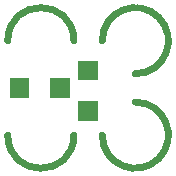
<source format=gts>
%TF.GenerationSoftware,KiCad,Pcbnew,4.0.7-e2-6376~58~ubuntu16.04.1*%
%TF.CreationDate,2018-05-09T10:26:09-07:00*%
%TF.ProjectId,2x2-LED-YELLOW-SMT-LIMITED,3278322D4C45442D59454C4C4F572D53,1.0*%
%TF.FileFunction,Soldermask,Top*%
%FSLAX46Y46*%
G04 Gerber Fmt 4.6, Leading zero omitted, Abs format (unit mm)*
G04 Created by KiCad (PCBNEW 4.0.7-e2-6376~58~ubuntu16.04.1) date Wed May  9 10:26:09 2018*
%MOMM*%
%LPD*%
G01*
G04 APERTURE LIST*
%ADD10C,0.350000*%
%ADD11C,0.600000*%
G04 APERTURE END LIST*
D10*
D11*
X16060000Y-39632000D02*
G75*
G03X21660000Y-39632000I2800000J0D01*
G01*
X24060000Y-39632000D02*
G75*
G03X26860000Y-36832000I2800000J0D01*
G01*
X26860000Y-34432000D02*
G75*
G03X24060000Y-31632000I0J2800000D01*
G01*
X21660000Y-31632000D02*
G75*
G03X16060000Y-31632000I-2800000J0D01*
G01*
D10*
G36*
X23736200Y-38418200D02*
X21983800Y-38418200D01*
X21983800Y-36765800D01*
X23736200Y-36765800D01*
X23736200Y-38418200D01*
X23736200Y-38418200D01*
G37*
G36*
X21296200Y-36508200D02*
X19643800Y-36508200D01*
X19643800Y-34755800D01*
X21296200Y-34755800D01*
X21296200Y-36508200D01*
X21296200Y-36508200D01*
G37*
G36*
X17876200Y-36508200D02*
X16223800Y-36508200D01*
X16223800Y-34755800D01*
X17876200Y-34755800D01*
X17876200Y-36508200D01*
X17876200Y-36508200D01*
G37*
G36*
X23736200Y-34998200D02*
X21983800Y-34998200D01*
X21983800Y-33345800D01*
X23736200Y-33345800D01*
X23736200Y-34998200D01*
X23736200Y-34998200D01*
G37*
M02*

</source>
